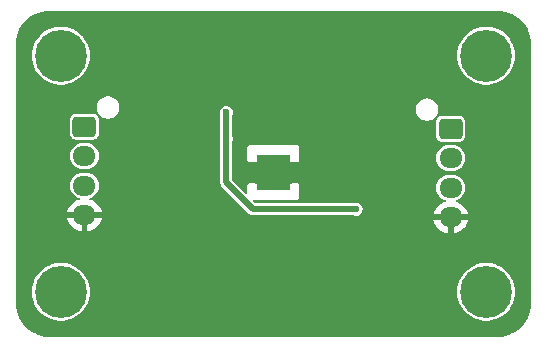
<source format=gbl>
%TF.GenerationSoftware,KiCad,Pcbnew,8.0.2*%
%TF.CreationDate,2024-12-26T16:21:06-05:00*%
%TF.ProjectId,Temp and Humidity Sensor,54656d70-2061-46e6-9420-48756d696469,rev?*%
%TF.SameCoordinates,Original*%
%TF.FileFunction,Copper,L4,Bot*%
%TF.FilePolarity,Positive*%
%FSLAX46Y46*%
G04 Gerber Fmt 4.6, Leading zero omitted, Abs format (unit mm)*
G04 Created by KiCad (PCBNEW 8.0.2) date 2024-12-26 16:21:06*
%MOMM*%
%LPD*%
G01*
G04 APERTURE LIST*
G04 Aperture macros list*
%AMRoundRect*
0 Rectangle with rounded corners*
0 $1 Rounding radius*
0 $2 $3 $4 $5 $6 $7 $8 $9 X,Y pos of 4 corners*
0 Add a 4 corners polygon primitive as box body*
4,1,4,$2,$3,$4,$5,$6,$7,$8,$9,$2,$3,0*
0 Add four circle primitives for the rounded corners*
1,1,$1+$1,$2,$3*
1,1,$1+$1,$4,$5*
1,1,$1+$1,$6,$7*
1,1,$1+$1,$8,$9*
0 Add four rect primitives between the rounded corners*
20,1,$1+$1,$2,$3,$4,$5,0*
20,1,$1+$1,$4,$5,$6,$7,0*
20,1,$1+$1,$6,$7,$8,$9,0*
20,1,$1+$1,$8,$9,$2,$3,0*%
G04 Aperture macros list end*
%TA.AperFunction,ComponentPad*%
%ADD10C,4.400000*%
%TD*%
%TA.AperFunction,ComponentPad*%
%ADD11RoundRect,0.250000X-0.725000X0.600000X-0.725000X-0.600000X0.725000X-0.600000X0.725000X0.600000X0*%
%TD*%
%TA.AperFunction,ComponentPad*%
%ADD12O,1.950000X1.700000*%
%TD*%
%TA.AperFunction,ViaPad*%
%ADD13C,0.600000*%
%TD*%
%TA.AperFunction,Conductor*%
%ADD14C,0.500000*%
%TD*%
G04 APERTURE END LIST*
D10*
%TO.P,H1,1*%
%TO.N,N/C*%
X145000000Y-60000000D03*
%TD*%
%TO.P,H3,1*%
%TO.N,N/C*%
X109000000Y-40000000D03*
%TD*%
%TO.P,H4,1*%
%TO.N,N/C*%
X109000000Y-60000000D03*
%TD*%
D11*
%TO.P,J2,1,Pin_1*%
%TO.N,VIN*%
X142000000Y-46175000D03*
D12*
%TO.P,J2,2,Pin_2*%
%TO.N,/I2C_IN.SDA*%
X142000000Y-48675000D03*
%TO.P,J2,3,Pin_3*%
%TO.N,/I2C_IN.SCL*%
X142000000Y-51175000D03*
%TO.P,J2,4,Pin_4*%
%TO.N,GND*%
X142000000Y-53675000D03*
%TD*%
D10*
%TO.P,H2,1*%
%TO.N,N/C*%
X145000000Y-40000000D03*
%TD*%
D11*
%TO.P,J1,1,Pin_1*%
%TO.N,VIN*%
X111000000Y-46000000D03*
D12*
%TO.P,J1,2,Pin_2*%
%TO.N,/I2C_OUT.SDA*%
X111000000Y-48500000D03*
%TO.P,J1,3,Pin_3*%
%TO.N,/I2C_OUT.SCL*%
X111000000Y-51000000D03*
%TO.P,J1,4,Pin_4*%
%TO.N,GND*%
X111000000Y-53500000D03*
%TD*%
D13*
%TO.N,3V3*%
X134000000Y-53000000D03*
X123000000Y-47000000D03*
X123000000Y-44800000D03*
%TO.N,GND*%
X132000000Y-39000000D03*
X130000000Y-44000000D03*
X115000000Y-41000000D03*
X136000000Y-57000000D03*
X123000000Y-61000000D03*
X125000000Y-47000000D03*
X114000000Y-39000000D03*
X129000000Y-55000000D03*
X127000000Y-57000000D03*
X148000000Y-60000000D03*
X109000000Y-63000000D03*
X117000000Y-61000000D03*
X119000000Y-43000000D03*
X108000000Y-45000000D03*
X113000000Y-59000000D03*
X131000000Y-59000000D03*
X133000000Y-63000000D03*
X106900000Y-62100000D03*
X106000000Y-55000000D03*
X124000000Y-37000000D03*
X120000000Y-61000000D03*
X135000000Y-61000000D03*
X108000000Y-53000000D03*
X139000000Y-63000000D03*
X123000000Y-53000000D03*
X142000000Y-63000000D03*
X117000000Y-39000000D03*
X116000000Y-59000000D03*
X121000000Y-37000000D03*
X146000000Y-51000000D03*
X108000000Y-57000000D03*
X135000000Y-55000000D03*
X126000000Y-44000000D03*
X142000000Y-37000000D03*
X106900000Y-37900000D03*
X129000000Y-61000000D03*
X130000000Y-37000000D03*
X123000000Y-39000000D03*
X139000000Y-37000000D03*
X119000000Y-59000000D03*
X135000000Y-39000000D03*
X130000000Y-57000000D03*
X128000000Y-59000000D03*
X127000000Y-37000000D03*
X112000000Y-57000000D03*
X130000000Y-48000000D03*
X106000000Y-60000000D03*
X137000000Y-59000000D03*
X112000000Y-63000000D03*
X120000000Y-39000000D03*
X121000000Y-51000000D03*
X108000000Y-48000000D03*
X123000000Y-55000000D03*
X115000000Y-63000000D03*
X126000000Y-39000000D03*
X112000000Y-41000000D03*
X141000000Y-61000000D03*
X138000000Y-39000000D03*
X120000000Y-55000000D03*
X114000000Y-55000000D03*
X145000000Y-63000000D03*
X140000000Y-59000000D03*
X106000000Y-40000000D03*
X134000000Y-59000000D03*
X118000000Y-57000000D03*
X146000000Y-44000000D03*
X146000000Y-46000000D03*
X121000000Y-63000000D03*
X147100000Y-62100000D03*
X121000000Y-49000000D03*
X133000000Y-37000000D03*
X115000000Y-37000000D03*
X133000000Y-45000000D03*
X106000000Y-50000000D03*
X106000000Y-45000000D03*
X148000000Y-55000000D03*
X128000000Y-44000000D03*
X126000000Y-55000000D03*
X127000000Y-63000000D03*
X122000000Y-59000000D03*
X148000000Y-50000000D03*
X139000000Y-57000000D03*
X124000000Y-57000000D03*
X146000000Y-54000000D03*
X138000000Y-61000000D03*
X132000000Y-55000000D03*
X109000000Y-37000000D03*
X112000000Y-37000000D03*
X117000000Y-55000000D03*
X114000000Y-61000000D03*
X146000000Y-49000000D03*
X110000000Y-43000000D03*
X136000000Y-63000000D03*
X148000000Y-45000000D03*
X121000000Y-57000000D03*
X118000000Y-63000000D03*
X130000000Y-63000000D03*
X145000000Y-37000000D03*
X126000000Y-61000000D03*
X129000000Y-39000000D03*
X148000000Y-40000000D03*
X115000000Y-57000000D03*
X125000000Y-59000000D03*
X132000000Y-61000000D03*
X113000000Y-43000000D03*
X146000000Y-57000000D03*
X147100000Y-37900000D03*
X118000000Y-37000000D03*
X124000000Y-63000000D03*
X141000000Y-39000000D03*
X136000000Y-37000000D03*
X133000000Y-57000000D03*
%TD*%
D14*
%TO.N,3V3*%
X134000000Y-53000000D02*
X125263604Y-53000000D01*
X125263604Y-53000000D02*
X123000000Y-50736396D01*
X123000000Y-50736396D02*
X123000000Y-47000000D01*
X123000000Y-44800000D02*
X123000000Y-47000000D01*
%TD*%
%TA.AperFunction,Conductor*%
%TO.N,GND*%
G36*
X146002065Y-36200615D02*
G01*
X146309309Y-36217870D01*
X146317543Y-36218799D01*
X146618855Y-36269993D01*
X146626923Y-36271834D01*
X146920633Y-36356451D01*
X146928447Y-36359185D01*
X147210817Y-36476147D01*
X147218293Y-36479747D01*
X147485784Y-36627584D01*
X147492808Y-36631997D01*
X147742086Y-36808869D01*
X147748554Y-36814028D01*
X147901670Y-36950862D01*
X147976446Y-37017686D01*
X147982313Y-37023553D01*
X148065033Y-37116116D01*
X148185969Y-37251443D01*
X148191132Y-37257915D01*
X148346337Y-37476657D01*
X148368000Y-37507188D01*
X148372415Y-37514215D01*
X148520252Y-37781706D01*
X148523852Y-37789182D01*
X148640810Y-38071543D01*
X148643551Y-38079376D01*
X148728162Y-38373065D01*
X148730008Y-38381156D01*
X148781199Y-38682450D01*
X148782129Y-38690696D01*
X148799384Y-38997934D01*
X148799500Y-39002083D01*
X148799500Y-60997916D01*
X148799384Y-61002065D01*
X148782129Y-61309303D01*
X148781199Y-61317549D01*
X148730008Y-61618843D01*
X148728162Y-61626934D01*
X148643551Y-61920623D01*
X148640810Y-61928456D01*
X148523852Y-62210817D01*
X148520252Y-62218293D01*
X148372415Y-62485784D01*
X148368000Y-62492811D01*
X148191138Y-62742076D01*
X148185963Y-62748564D01*
X147982313Y-62976446D01*
X147976446Y-62982313D01*
X147748564Y-63185963D01*
X147742076Y-63191138D01*
X147492811Y-63368000D01*
X147485784Y-63372415D01*
X147218293Y-63520252D01*
X147210817Y-63523852D01*
X146928456Y-63640810D01*
X146920623Y-63643551D01*
X146626934Y-63728162D01*
X146618843Y-63730008D01*
X146317549Y-63781199D01*
X146309303Y-63782129D01*
X146002066Y-63799384D01*
X145997917Y-63799500D01*
X108002083Y-63799500D01*
X107997934Y-63799384D01*
X107690696Y-63782129D01*
X107682450Y-63781199D01*
X107381156Y-63730008D01*
X107373065Y-63728162D01*
X107079376Y-63643551D01*
X107071543Y-63640810D01*
X106789182Y-63523852D01*
X106781706Y-63520252D01*
X106514215Y-63372415D01*
X106507188Y-63368000D01*
X106363715Y-63266201D01*
X106257915Y-63191132D01*
X106251443Y-63185969D01*
X106062260Y-63016904D01*
X106023553Y-62982313D01*
X106017686Y-62976446D01*
X105950862Y-62901670D01*
X105814028Y-62748554D01*
X105808869Y-62742086D01*
X105631997Y-62492808D01*
X105627584Y-62485784D01*
X105610565Y-62454991D01*
X105479747Y-62218293D01*
X105476147Y-62210817D01*
X105450347Y-62148531D01*
X105359185Y-61928447D01*
X105356451Y-61920633D01*
X105271834Y-61626923D01*
X105269993Y-61618855D01*
X105218799Y-61317543D01*
X105217870Y-61309303D01*
X105200616Y-61002065D01*
X105200500Y-60997916D01*
X105200500Y-59999999D01*
X106544655Y-59999999D01*
X106544655Y-60000000D01*
X106564015Y-60307726D01*
X106564018Y-60307749D01*
X106621793Y-60610616D01*
X106621797Y-60610632D01*
X106717074Y-60903864D01*
X106717076Y-60903870D01*
X106848365Y-61182872D01*
X107013580Y-61443211D01*
X107013583Y-61443215D01*
X107013584Y-61443216D01*
X107210131Y-61680799D01*
X107434904Y-61891876D01*
X107684360Y-62073116D01*
X107954565Y-62221663D01*
X108152858Y-62300172D01*
X108241249Y-62335169D01*
X108241253Y-62335171D01*
X108241257Y-62335172D01*
X108539914Y-62411854D01*
X108845828Y-62450500D01*
X108845829Y-62450500D01*
X109154171Y-62450500D01*
X109154172Y-62450500D01*
X109460086Y-62411854D01*
X109758743Y-62335172D01*
X110045435Y-62221663D01*
X110315640Y-62073116D01*
X110565096Y-61891876D01*
X110789869Y-61680799D01*
X110986416Y-61443216D01*
X111151635Y-61182871D01*
X111282922Y-60903873D01*
X111378206Y-60610619D01*
X111435984Y-60307736D01*
X111455345Y-60000000D01*
X111455345Y-59999999D01*
X142544655Y-59999999D01*
X142544655Y-60000000D01*
X142564015Y-60307726D01*
X142564018Y-60307749D01*
X142621793Y-60610616D01*
X142621797Y-60610632D01*
X142717074Y-60903864D01*
X142717076Y-60903870D01*
X142848365Y-61182872D01*
X143013580Y-61443211D01*
X143013583Y-61443215D01*
X143013584Y-61443216D01*
X143210131Y-61680799D01*
X143434904Y-61891876D01*
X143684360Y-62073116D01*
X143954565Y-62221663D01*
X144152858Y-62300172D01*
X144241249Y-62335169D01*
X144241253Y-62335171D01*
X144241257Y-62335172D01*
X144539914Y-62411854D01*
X144845828Y-62450500D01*
X144845829Y-62450500D01*
X145154171Y-62450500D01*
X145154172Y-62450500D01*
X145460086Y-62411854D01*
X145758743Y-62335172D01*
X146045435Y-62221663D01*
X146315640Y-62073116D01*
X146565096Y-61891876D01*
X146789869Y-61680799D01*
X146986416Y-61443216D01*
X147151635Y-61182871D01*
X147282922Y-60903873D01*
X147378206Y-60610619D01*
X147435984Y-60307736D01*
X147455345Y-60000000D01*
X147435984Y-59692264D01*
X147378206Y-59389381D01*
X147378203Y-59389374D01*
X147378202Y-59389367D01*
X147282925Y-59096135D01*
X147282923Y-59096129D01*
X147151634Y-58817127D01*
X146986419Y-58556788D01*
X146789868Y-58319200D01*
X146771757Y-58302193D01*
X146565096Y-58108124D01*
X146565092Y-58108121D01*
X146565091Y-58108120D01*
X146315645Y-57926887D01*
X146045435Y-57778337D01*
X146045428Y-57778334D01*
X145758750Y-57664830D01*
X145758746Y-57664828D01*
X145460086Y-57588146D01*
X145460075Y-57588144D01*
X145154179Y-57549500D01*
X145154172Y-57549500D01*
X144845828Y-57549500D01*
X144845820Y-57549500D01*
X144539924Y-57588144D01*
X144539913Y-57588146D01*
X144241253Y-57664828D01*
X144241249Y-57664830D01*
X143954571Y-57778334D01*
X143954564Y-57778337D01*
X143684354Y-57926887D01*
X143434908Y-58108120D01*
X143210131Y-58319200D01*
X143013580Y-58556788D01*
X142848365Y-58817127D01*
X142717076Y-59096129D01*
X142717074Y-59096135D01*
X142621797Y-59389367D01*
X142621793Y-59389383D01*
X142564018Y-59692250D01*
X142564015Y-59692273D01*
X142544655Y-59999999D01*
X111455345Y-59999999D01*
X111435984Y-59692264D01*
X111378206Y-59389381D01*
X111378203Y-59389374D01*
X111378202Y-59389367D01*
X111282925Y-59096135D01*
X111282923Y-59096129D01*
X111151634Y-58817127D01*
X110986419Y-58556788D01*
X110789868Y-58319200D01*
X110771757Y-58302193D01*
X110565096Y-58108124D01*
X110565092Y-58108121D01*
X110565091Y-58108120D01*
X110315645Y-57926887D01*
X110045435Y-57778337D01*
X110045428Y-57778334D01*
X109758750Y-57664830D01*
X109758746Y-57664828D01*
X109460086Y-57588146D01*
X109460075Y-57588144D01*
X109154179Y-57549500D01*
X109154172Y-57549500D01*
X108845828Y-57549500D01*
X108845820Y-57549500D01*
X108539924Y-57588144D01*
X108539913Y-57588146D01*
X108241253Y-57664828D01*
X108241249Y-57664830D01*
X107954571Y-57778334D01*
X107954564Y-57778337D01*
X107684354Y-57926887D01*
X107434908Y-58108120D01*
X107210131Y-58319200D01*
X107013580Y-58556788D01*
X106848365Y-58817127D01*
X106717076Y-59096129D01*
X106717074Y-59096135D01*
X106621797Y-59389367D01*
X106621793Y-59389383D01*
X106564018Y-59692250D01*
X106564015Y-59692273D01*
X106544655Y-59999999D01*
X105200500Y-59999999D01*
X105200500Y-53250000D01*
X109547769Y-53250000D01*
X110595854Y-53250000D01*
X110557370Y-53316657D01*
X110525000Y-53437465D01*
X110525000Y-53562535D01*
X110557370Y-53683343D01*
X110595854Y-53750000D01*
X109547769Y-53750000D01*
X109558241Y-53816122D01*
X109558244Y-53816136D01*
X109623904Y-54018217D01*
X109623906Y-54018221D01*
X109720375Y-54207550D01*
X109720378Y-54207556D01*
X109845274Y-54379461D01*
X109845283Y-54379471D01*
X109995529Y-54529717D01*
X109995538Y-54529725D01*
X110167443Y-54654621D01*
X110167449Y-54654624D01*
X110356778Y-54751093D01*
X110356782Y-54751095D01*
X110558863Y-54816755D01*
X110558876Y-54816758D01*
X110749998Y-54847029D01*
X110750000Y-54847028D01*
X110750000Y-53904145D01*
X110816657Y-53942630D01*
X110937465Y-53975000D01*
X111062535Y-53975000D01*
X111183343Y-53942630D01*
X111250000Y-53904145D01*
X111250000Y-54847028D01*
X111250001Y-54847029D01*
X111441123Y-54816758D01*
X111441136Y-54816755D01*
X111643217Y-54751095D01*
X111643221Y-54751093D01*
X111832550Y-54654624D01*
X111832556Y-54654621D01*
X112004461Y-54529725D01*
X112004471Y-54529717D01*
X112154717Y-54379471D01*
X112154725Y-54379461D01*
X112279621Y-54207556D01*
X112279624Y-54207550D01*
X112376093Y-54018221D01*
X112376095Y-54018217D01*
X112441755Y-53816136D01*
X112441758Y-53816122D01*
X112452231Y-53750000D01*
X111404146Y-53750000D01*
X111442630Y-53683343D01*
X111475000Y-53562535D01*
X111475000Y-53437465D01*
X111442630Y-53316657D01*
X111404146Y-53250000D01*
X112452230Y-53250000D01*
X112441758Y-53183877D01*
X112441755Y-53183863D01*
X112376095Y-52981782D01*
X112376093Y-52981778D01*
X112279624Y-52792449D01*
X112279621Y-52792443D01*
X112154725Y-52620538D01*
X112154717Y-52620529D01*
X112004471Y-52470283D01*
X112004461Y-52470274D01*
X111832556Y-52345378D01*
X111832550Y-52345375D01*
X111643221Y-52248906D01*
X111643217Y-52248904D01*
X111459489Y-52189208D01*
X111416422Y-52152425D01*
X111411978Y-52095963D01*
X111448761Y-52052896D01*
X111459489Y-52048452D01*
X111547442Y-52019874D01*
X111547442Y-52019873D01*
X111547445Y-52019873D01*
X111701788Y-51941232D01*
X111841928Y-51839414D01*
X111964414Y-51716928D01*
X112066232Y-51576788D01*
X112144873Y-51422445D01*
X112198402Y-51257701D01*
X112225500Y-51086611D01*
X112225500Y-50913389D01*
X112221229Y-50886426D01*
X112212296Y-50830022D01*
X112198402Y-50742299D01*
X112198400Y-50742294D01*
X112198399Y-50742288D01*
X112144874Y-50577557D01*
X112144872Y-50577553D01*
X112066232Y-50423212D01*
X111964417Y-50283076D01*
X111964416Y-50283075D01*
X111964414Y-50283072D01*
X111841928Y-50160586D01*
X111841925Y-50160583D01*
X111841923Y-50160582D01*
X111701787Y-50058767D01*
X111547446Y-49980127D01*
X111547442Y-49980125D01*
X111382711Y-49926600D01*
X111382698Y-49926597D01*
X111211612Y-49899500D01*
X111211611Y-49899500D01*
X110788389Y-49899500D01*
X110788388Y-49899500D01*
X110617301Y-49926597D01*
X110617288Y-49926600D01*
X110452557Y-49980125D01*
X110452553Y-49980127D01*
X110298212Y-50058767D01*
X110158076Y-50160582D01*
X110035582Y-50283076D01*
X109933767Y-50423212D01*
X109855127Y-50577553D01*
X109855125Y-50577557D01*
X109801600Y-50742288D01*
X109801597Y-50742301D01*
X109774500Y-50913388D01*
X109774500Y-51086611D01*
X109801597Y-51257698D01*
X109801600Y-51257711D01*
X109855125Y-51422442D01*
X109855127Y-51422446D01*
X109933767Y-51576787D01*
X109986545Y-51649430D01*
X110035586Y-51716928D01*
X110158072Y-51839414D01*
X110158075Y-51839416D01*
X110158076Y-51839417D01*
X110298212Y-51941232D01*
X110452553Y-52019872D01*
X110452557Y-52019874D01*
X110540510Y-52048452D01*
X110583578Y-52085235D01*
X110588021Y-52141697D01*
X110551238Y-52184765D01*
X110540510Y-52189208D01*
X110356783Y-52248904D01*
X110356778Y-52248906D01*
X110167449Y-52345375D01*
X110167443Y-52345378D01*
X109995538Y-52470274D01*
X109845274Y-52620538D01*
X109720378Y-52792443D01*
X109720375Y-52792449D01*
X109623906Y-52981778D01*
X109623904Y-52981782D01*
X109558244Y-53183863D01*
X109558241Y-53183877D01*
X109547769Y-53250000D01*
X105200500Y-53250000D01*
X105200500Y-48413388D01*
X109774500Y-48413388D01*
X109774500Y-48586611D01*
X109801597Y-48757698D01*
X109801600Y-48757711D01*
X109855125Y-48922442D01*
X109855127Y-48922446D01*
X109933767Y-49076787D01*
X109933768Y-49076788D01*
X110035586Y-49216928D01*
X110158072Y-49339414D01*
X110158075Y-49339416D01*
X110158076Y-49339417D01*
X110298212Y-49441232D01*
X110452553Y-49519872D01*
X110452557Y-49519874D01*
X110617288Y-49573399D01*
X110617294Y-49573400D01*
X110617299Y-49573402D01*
X110731359Y-49591467D01*
X110788388Y-49600500D01*
X110788389Y-49600500D01*
X111211612Y-49600500D01*
X111254383Y-49593725D01*
X111382701Y-49573402D01*
X111382708Y-49573399D01*
X111382711Y-49573399D01*
X111547442Y-49519874D01*
X111547442Y-49519873D01*
X111547445Y-49519873D01*
X111701788Y-49441232D01*
X111841928Y-49339414D01*
X111964414Y-49216928D01*
X112066232Y-49076788D01*
X112144873Y-48922445D01*
X112198402Y-48757701D01*
X112225500Y-48586611D01*
X112225500Y-48413389D01*
X112198402Y-48242299D01*
X112198400Y-48242294D01*
X112198399Y-48242288D01*
X112144874Y-48077557D01*
X112144872Y-48077553D01*
X112066232Y-47923212D01*
X111964417Y-47783076D01*
X111964416Y-47783075D01*
X111964414Y-47783072D01*
X111841928Y-47660586D01*
X111841925Y-47660583D01*
X111841923Y-47660582D01*
X111701787Y-47558767D01*
X111547446Y-47480127D01*
X111547442Y-47480125D01*
X111382711Y-47426600D01*
X111382698Y-47426597D01*
X111211612Y-47399500D01*
X111211611Y-47399500D01*
X110788389Y-47399500D01*
X110788388Y-47399500D01*
X110617301Y-47426597D01*
X110617288Y-47426600D01*
X110452557Y-47480125D01*
X110452553Y-47480127D01*
X110298212Y-47558767D01*
X110158076Y-47660582D01*
X110035582Y-47783076D01*
X109933767Y-47923212D01*
X109855127Y-48077553D01*
X109855125Y-48077557D01*
X109801600Y-48242288D01*
X109801597Y-48242301D01*
X109774500Y-48413388D01*
X105200500Y-48413388D01*
X105200500Y-45352126D01*
X109774500Y-45352126D01*
X109774500Y-46647873D01*
X109780909Y-46707485D01*
X109831202Y-46842329D01*
X109831203Y-46842330D01*
X109831204Y-46842331D01*
X109917454Y-46957546D01*
X110032669Y-47043796D01*
X110032670Y-47043797D01*
X110143605Y-47085172D01*
X110167517Y-47094091D01*
X110227127Y-47100500D01*
X111772872Y-47100499D01*
X111832483Y-47094091D01*
X111899907Y-47068943D01*
X111967329Y-47043797D01*
X111967329Y-47043796D01*
X111967331Y-47043796D01*
X112082546Y-46957546D01*
X112168796Y-46842331D01*
X112176054Y-46822873D01*
X112195853Y-46769788D01*
X112219091Y-46707483D01*
X112225500Y-46647873D01*
X112225499Y-45352128D01*
X112219091Y-45292517D01*
X112200370Y-45242323D01*
X112168797Y-45157670D01*
X112168796Y-45157669D01*
X112148984Y-45131204D01*
X112082546Y-45042454D01*
X111967331Y-44956204D01*
X111967330Y-44956203D01*
X111967329Y-44956202D01*
X111832487Y-44905910D01*
X111832484Y-44905909D01*
X111832483Y-44905909D01*
X111772873Y-44899500D01*
X110227126Y-44899500D01*
X110167514Y-44905909D01*
X110032670Y-44956202D01*
X110032669Y-44956203D01*
X109917454Y-45042454D01*
X109831203Y-45157669D01*
X109831202Y-45157670D01*
X109780910Y-45292512D01*
X109780909Y-45292517D01*
X109774500Y-45352126D01*
X105200500Y-45352126D01*
X105200500Y-44306384D01*
X112049500Y-44306384D01*
X112049500Y-44493616D01*
X112055221Y-44522376D01*
X112086025Y-44677244D01*
X112086027Y-44677251D01*
X112136871Y-44800000D01*
X112157678Y-44850231D01*
X112261698Y-45005908D01*
X112394092Y-45138302D01*
X112549769Y-45242322D01*
X112722749Y-45313973D01*
X112906384Y-45350500D01*
X112906385Y-45350500D01*
X113093615Y-45350500D01*
X113093616Y-45350500D01*
X113277251Y-45313973D01*
X113450231Y-45242322D01*
X113605908Y-45138302D01*
X113738302Y-45005908D01*
X113842322Y-44850231D01*
X113863128Y-44800000D01*
X122444750Y-44800000D01*
X122463669Y-44943706D01*
X122463669Y-44943708D01*
X122463670Y-44943709D01*
X122493867Y-45016613D01*
X122499500Y-45044929D01*
X122499500Y-46755069D01*
X122493867Y-46783387D01*
X122463669Y-46856291D01*
X122444750Y-47000000D01*
X122463669Y-47143706D01*
X122463669Y-47143708D01*
X122463670Y-47143709D01*
X122493867Y-47216613D01*
X122499500Y-47244929D01*
X122499500Y-50802290D01*
X122533606Y-50929577D01*
X122533607Y-50929580D01*
X122533608Y-50929582D01*
X122599500Y-51043710D01*
X124863104Y-53307314D01*
X124956290Y-53400500D01*
X125059265Y-53459953D01*
X125070418Y-53466392D01*
X125197708Y-53500499D01*
X125197709Y-53500500D01*
X125197711Y-53500500D01*
X125197712Y-53500500D01*
X133755070Y-53500500D01*
X133783387Y-53506132D01*
X133856291Y-53536330D01*
X134000000Y-53555250D01*
X134143709Y-53536330D01*
X134277625Y-53480861D01*
X134350424Y-53425000D01*
X140547769Y-53425000D01*
X141595854Y-53425000D01*
X141557370Y-53491657D01*
X141525000Y-53612465D01*
X141525000Y-53737535D01*
X141557370Y-53858343D01*
X141595854Y-53925000D01*
X140547769Y-53925000D01*
X140558241Y-53991122D01*
X140558244Y-53991136D01*
X140623904Y-54193217D01*
X140623906Y-54193221D01*
X140720375Y-54382550D01*
X140720378Y-54382556D01*
X140845274Y-54554461D01*
X140845283Y-54554471D01*
X140995529Y-54704717D01*
X140995538Y-54704725D01*
X141167443Y-54829621D01*
X141167449Y-54829624D01*
X141356778Y-54926093D01*
X141356782Y-54926095D01*
X141558863Y-54991755D01*
X141558876Y-54991758D01*
X141749998Y-55022029D01*
X141750000Y-55022028D01*
X141750000Y-54079145D01*
X141816657Y-54117630D01*
X141937465Y-54150000D01*
X142062535Y-54150000D01*
X142183343Y-54117630D01*
X142250000Y-54079145D01*
X142250000Y-55022028D01*
X142250001Y-55022029D01*
X142441123Y-54991758D01*
X142441136Y-54991755D01*
X142643217Y-54926095D01*
X142643221Y-54926093D01*
X142832550Y-54829624D01*
X142832556Y-54829621D01*
X143004461Y-54704725D01*
X143004471Y-54704717D01*
X143154717Y-54554471D01*
X143154725Y-54554461D01*
X143279621Y-54382556D01*
X143279624Y-54382550D01*
X143376093Y-54193221D01*
X143376095Y-54193217D01*
X143441755Y-53991136D01*
X143441758Y-53991122D01*
X143452231Y-53925000D01*
X142404146Y-53925000D01*
X142442630Y-53858343D01*
X142475000Y-53737535D01*
X142475000Y-53612465D01*
X142442630Y-53491657D01*
X142404146Y-53425000D01*
X143452230Y-53425000D01*
X143441758Y-53358877D01*
X143441755Y-53358863D01*
X143376095Y-53156782D01*
X143376093Y-53156778D01*
X143279624Y-52967449D01*
X143279621Y-52967443D01*
X143154725Y-52795538D01*
X143154717Y-52795529D01*
X143004471Y-52645283D01*
X143004461Y-52645274D01*
X142832556Y-52520378D01*
X142832550Y-52520375D01*
X142643221Y-52423906D01*
X142643217Y-52423904D01*
X142459489Y-52364208D01*
X142416422Y-52327425D01*
X142411978Y-52270963D01*
X142448761Y-52227896D01*
X142459489Y-52223452D01*
X142547442Y-52194874D01*
X142547442Y-52194873D01*
X142547445Y-52194873D01*
X142701788Y-52116232D01*
X142841928Y-52014414D01*
X142964414Y-51891928D01*
X143066232Y-51751788D01*
X143144873Y-51597445D01*
X143198402Y-51432701D01*
X143225500Y-51261611D01*
X143225500Y-51088389D01*
X143225218Y-51086611D01*
X143205184Y-50960118D01*
X143198402Y-50917299D01*
X143198400Y-50917294D01*
X143198399Y-50917288D01*
X143144874Y-50752557D01*
X143144872Y-50752553D01*
X143066232Y-50598212D01*
X142964417Y-50458076D01*
X142964416Y-50458075D01*
X142964414Y-50458072D01*
X142841928Y-50335586D01*
X142841925Y-50335583D01*
X142841923Y-50335582D01*
X142701787Y-50233767D01*
X142547446Y-50155127D01*
X142547442Y-50155125D01*
X142382711Y-50101600D01*
X142382698Y-50101597D01*
X142211612Y-50074500D01*
X142211611Y-50074500D01*
X141788389Y-50074500D01*
X141788388Y-50074500D01*
X141617301Y-50101597D01*
X141617288Y-50101600D01*
X141452557Y-50155125D01*
X141452553Y-50155127D01*
X141298212Y-50233767D01*
X141158076Y-50335582D01*
X141035582Y-50458076D01*
X140933767Y-50598212D01*
X140855127Y-50752553D01*
X140855125Y-50752557D01*
X140801600Y-50917288D01*
X140801597Y-50917301D01*
X140774500Y-51088388D01*
X140774500Y-51261611D01*
X140801597Y-51432698D01*
X140801600Y-51432711D01*
X140855125Y-51597442D01*
X140855127Y-51597446D01*
X140933767Y-51751787D01*
X140997428Y-51839409D01*
X141035586Y-51891928D01*
X141158072Y-52014414D01*
X141158075Y-52014416D01*
X141158076Y-52014417D01*
X141298212Y-52116232D01*
X141452553Y-52194872D01*
X141452557Y-52194874D01*
X141540510Y-52223452D01*
X141583578Y-52260235D01*
X141588021Y-52316697D01*
X141551238Y-52359765D01*
X141540510Y-52364208D01*
X141356783Y-52423904D01*
X141356778Y-52423906D01*
X141167449Y-52520375D01*
X141167443Y-52520378D01*
X140995538Y-52645274D01*
X140845274Y-52795538D01*
X140720378Y-52967443D01*
X140720375Y-52967449D01*
X140623906Y-53156778D01*
X140623904Y-53156782D01*
X140558244Y-53358863D01*
X140558241Y-53358877D01*
X140547769Y-53425000D01*
X134350424Y-53425000D01*
X134392621Y-53392621D01*
X134480861Y-53277625D01*
X134536330Y-53143709D01*
X134555250Y-53000000D01*
X134536330Y-52856291D01*
X134480861Y-52722375D01*
X134392621Y-52607379D01*
X134277625Y-52519139D01*
X134230212Y-52499500D01*
X134143708Y-52463669D01*
X134000000Y-52444750D01*
X133856291Y-52463669D01*
X133783388Y-52493867D01*
X133755070Y-52499500D01*
X125501570Y-52499500D01*
X125449244Y-52477826D01*
X125298244Y-52326826D01*
X125276570Y-52274500D01*
X125298244Y-52222174D01*
X125350570Y-52200500D01*
X129039881Y-52200500D01*
X129039882Y-52200500D01*
X129113574Y-52169976D01*
X129169976Y-52113574D01*
X129200500Y-52039882D01*
X129200500Y-50960118D01*
X129169976Y-50886426D01*
X129113574Y-50830024D01*
X129113573Y-50830023D01*
X129113571Y-50830022D01*
X129039882Y-50799500D01*
X128639882Y-50799500D01*
X128560118Y-50799500D01*
X128486428Y-50830022D01*
X128430022Y-50886428D01*
X128399500Y-50960116D01*
X128399500Y-51325500D01*
X128377826Y-51377826D01*
X128325500Y-51399500D01*
X125674500Y-51399500D01*
X125622174Y-51377826D01*
X125600500Y-51325500D01*
X125600500Y-50960118D01*
X125600499Y-50960116D01*
X125569977Y-50886428D01*
X125569975Y-50886425D01*
X125513575Y-50830025D01*
X125513571Y-50830022D01*
X125439882Y-50799500D01*
X125039882Y-50799500D01*
X124960118Y-50799500D01*
X124886428Y-50830022D01*
X124830022Y-50886428D01*
X124799500Y-50960116D01*
X124799500Y-51649430D01*
X124777826Y-51701756D01*
X124725500Y-51723430D01*
X124673174Y-51701756D01*
X123522174Y-50550756D01*
X123500500Y-50498430D01*
X123500500Y-47760116D01*
X124799500Y-47760116D01*
X124799500Y-48839883D01*
X124830022Y-48913571D01*
X124830023Y-48913573D01*
X124830024Y-48913574D01*
X124886426Y-48969976D01*
X124960118Y-49000500D01*
X124960119Y-49000500D01*
X125439881Y-49000500D01*
X125439882Y-49000500D01*
X125513574Y-48969976D01*
X125569976Y-48913574D01*
X125600500Y-48839882D01*
X125600500Y-48474500D01*
X125622174Y-48422174D01*
X125674500Y-48400500D01*
X128325500Y-48400500D01*
X128377826Y-48422174D01*
X128399500Y-48474500D01*
X128399500Y-48839883D01*
X128430022Y-48913571D01*
X128430023Y-48913573D01*
X128430024Y-48913574D01*
X128486426Y-48969976D01*
X128560118Y-49000500D01*
X128560119Y-49000500D01*
X129039881Y-49000500D01*
X129039882Y-49000500D01*
X129113574Y-48969976D01*
X129169976Y-48913574D01*
X129200500Y-48839882D01*
X129200500Y-48588388D01*
X140774500Y-48588388D01*
X140774500Y-48761611D01*
X140801597Y-48932698D01*
X140801600Y-48932711D01*
X140855125Y-49097442D01*
X140855127Y-49097446D01*
X140933767Y-49251787D01*
X140997428Y-49339409D01*
X141035586Y-49391928D01*
X141158072Y-49514414D01*
X141158075Y-49514416D01*
X141158076Y-49514417D01*
X141298212Y-49616232D01*
X141452553Y-49694872D01*
X141452557Y-49694874D01*
X141617288Y-49748399D01*
X141617294Y-49748400D01*
X141617299Y-49748402D01*
X141731359Y-49766467D01*
X141788388Y-49775500D01*
X141788389Y-49775500D01*
X142211612Y-49775500D01*
X142254383Y-49768725D01*
X142382701Y-49748402D01*
X142382708Y-49748399D01*
X142382711Y-49748399D01*
X142547442Y-49694874D01*
X142547442Y-49694873D01*
X142547445Y-49694873D01*
X142701788Y-49616232D01*
X142841928Y-49514414D01*
X142964414Y-49391928D01*
X143066232Y-49251788D01*
X143144873Y-49097445D01*
X143198402Y-48932701D01*
X143225500Y-48761611D01*
X143225500Y-48588389D01*
X143225218Y-48586611D01*
X143198402Y-48417301D01*
X143198399Y-48417288D01*
X143144874Y-48252557D01*
X143144872Y-48252553D01*
X143066232Y-48098212D01*
X142964417Y-47958076D01*
X142964416Y-47958075D01*
X142964414Y-47958072D01*
X142841928Y-47835586D01*
X142841925Y-47835583D01*
X142841923Y-47835582D01*
X142701787Y-47733767D01*
X142547446Y-47655127D01*
X142547442Y-47655125D01*
X142382711Y-47601600D01*
X142382698Y-47601597D01*
X142211612Y-47574500D01*
X142211611Y-47574500D01*
X141788389Y-47574500D01*
X141788388Y-47574500D01*
X141617301Y-47601597D01*
X141617288Y-47601600D01*
X141452557Y-47655125D01*
X141452553Y-47655127D01*
X141298212Y-47733767D01*
X141158076Y-47835582D01*
X141035582Y-47958076D01*
X140933767Y-48098212D01*
X140855127Y-48252553D01*
X140855125Y-48252557D01*
X140801600Y-48417288D01*
X140801597Y-48417301D01*
X140774500Y-48588388D01*
X129200500Y-48588388D01*
X129200500Y-47760118D01*
X129169976Y-47686426D01*
X129113574Y-47630024D01*
X129113573Y-47630023D01*
X129113571Y-47630022D01*
X129039882Y-47599500D01*
X125039882Y-47599500D01*
X124960118Y-47599500D01*
X124886428Y-47630022D01*
X124830022Y-47686428D01*
X124799500Y-47760116D01*
X123500500Y-47760116D01*
X123500500Y-47244929D01*
X123506132Y-47216613D01*
X123536330Y-47143709D01*
X123555250Y-47000000D01*
X123536330Y-46856291D01*
X123506133Y-46783387D01*
X123500500Y-46755069D01*
X123500500Y-45527126D01*
X140774500Y-45527126D01*
X140774500Y-46822873D01*
X140780909Y-46882485D01*
X140831202Y-47017329D01*
X140831203Y-47017330D01*
X140831204Y-47017331D01*
X140917454Y-47132546D01*
X141029749Y-47216610D01*
X141032669Y-47218796D01*
X141032670Y-47218797D01*
X141102735Y-47244929D01*
X141167517Y-47269091D01*
X141227127Y-47275500D01*
X142772872Y-47275499D01*
X142832483Y-47269091D01*
X142936726Y-47230211D01*
X142967329Y-47218797D01*
X142967329Y-47218796D01*
X142967331Y-47218796D01*
X143082546Y-47132546D01*
X143168796Y-47017331D01*
X143219091Y-46882483D01*
X143225500Y-46822873D01*
X143225499Y-45527128D01*
X143219091Y-45467517D01*
X143200370Y-45417323D01*
X143168797Y-45332670D01*
X143168796Y-45332669D01*
X143138734Y-45292512D01*
X143082546Y-45217454D01*
X142976813Y-45138302D01*
X142967330Y-45131203D01*
X142967329Y-45131202D01*
X142832487Y-45080910D01*
X142832484Y-45080909D01*
X142832483Y-45080909D01*
X142772873Y-45074500D01*
X141227126Y-45074500D01*
X141167514Y-45080909D01*
X141032670Y-45131202D01*
X141032669Y-45131203D01*
X140917454Y-45217454D01*
X140831203Y-45332669D01*
X140831202Y-45332670D01*
X140780910Y-45467512D01*
X140780909Y-45467517D01*
X140774500Y-45527126D01*
X123500500Y-45527126D01*
X123500500Y-45044929D01*
X123506132Y-45016613D01*
X123536330Y-44943709D01*
X123555250Y-44800000D01*
X123536330Y-44656291D01*
X123480861Y-44522375D01*
X123449407Y-44481384D01*
X139049500Y-44481384D01*
X139049500Y-44668615D01*
X139086025Y-44852244D01*
X139086027Y-44852251D01*
X139149674Y-45005909D01*
X139157678Y-45025231D01*
X139261698Y-45180908D01*
X139394092Y-45313302D01*
X139549769Y-45417322D01*
X139722749Y-45488973D01*
X139906384Y-45525500D01*
X139906385Y-45525500D01*
X140093615Y-45525500D01*
X140093616Y-45525500D01*
X140277251Y-45488973D01*
X140450231Y-45417322D01*
X140605908Y-45313302D01*
X140738302Y-45180908D01*
X140842322Y-45025231D01*
X140913973Y-44852251D01*
X140950500Y-44668616D01*
X140950500Y-44481384D01*
X140913973Y-44297749D01*
X140842322Y-44124769D01*
X140738302Y-43969092D01*
X140605908Y-43836698D01*
X140450231Y-43732678D01*
X140450228Y-43732676D01*
X140450227Y-43732676D01*
X140277251Y-43661027D01*
X140277244Y-43661025D01*
X140138902Y-43633507D01*
X140093616Y-43624500D01*
X139906384Y-43624500D01*
X139870056Y-43631725D01*
X139722755Y-43661025D01*
X139722748Y-43661027D01*
X139549772Y-43732676D01*
X139394092Y-43836697D01*
X139394091Y-43836699D01*
X139261699Y-43969091D01*
X139261697Y-43969092D01*
X139157676Y-44124772D01*
X139086027Y-44297748D01*
X139086025Y-44297755D01*
X139049500Y-44481384D01*
X123449407Y-44481384D01*
X123392621Y-44407379D01*
X123277625Y-44319139D01*
X123277623Y-44319138D01*
X123143708Y-44263669D01*
X123000000Y-44244750D01*
X122856291Y-44263669D01*
X122722376Y-44319138D01*
X122607379Y-44407379D01*
X122519138Y-44522376D01*
X122463669Y-44656291D01*
X122444750Y-44800000D01*
X113863128Y-44800000D01*
X113913973Y-44677251D01*
X113950500Y-44493616D01*
X113950500Y-44306384D01*
X113913973Y-44122749D01*
X113842322Y-43949769D01*
X113738302Y-43794092D01*
X113605908Y-43661698D01*
X113450231Y-43557678D01*
X113450228Y-43557676D01*
X113450227Y-43557676D01*
X113277251Y-43486027D01*
X113277244Y-43486025D01*
X113138902Y-43458507D01*
X113093616Y-43449500D01*
X112906384Y-43449500D01*
X112870056Y-43456725D01*
X112722755Y-43486025D01*
X112722748Y-43486027D01*
X112549772Y-43557676D01*
X112394092Y-43661697D01*
X112394091Y-43661699D01*
X112261699Y-43794091D01*
X112261697Y-43794092D01*
X112157676Y-43949772D01*
X112086027Y-44122748D01*
X112086025Y-44122755D01*
X112057996Y-44263669D01*
X112049500Y-44306384D01*
X105200500Y-44306384D01*
X105200500Y-39999999D01*
X106544655Y-39999999D01*
X106544655Y-40000000D01*
X106564015Y-40307726D01*
X106564018Y-40307749D01*
X106621793Y-40610616D01*
X106621797Y-40610632D01*
X106717074Y-40903864D01*
X106717076Y-40903870D01*
X106848365Y-41182872D01*
X107013580Y-41443211D01*
X107013583Y-41443215D01*
X107013584Y-41443216D01*
X107210131Y-41680799D01*
X107434904Y-41891876D01*
X107684360Y-42073116D01*
X107954565Y-42221663D01*
X108152858Y-42300172D01*
X108241249Y-42335169D01*
X108241253Y-42335171D01*
X108241257Y-42335172D01*
X108539914Y-42411854D01*
X108845828Y-42450500D01*
X108845829Y-42450500D01*
X109154171Y-42450500D01*
X109154172Y-42450500D01*
X109460086Y-42411854D01*
X109758743Y-42335172D01*
X110045435Y-42221663D01*
X110315640Y-42073116D01*
X110565096Y-41891876D01*
X110789869Y-41680799D01*
X110986416Y-41443216D01*
X111151635Y-41182871D01*
X111282922Y-40903873D01*
X111378206Y-40610619D01*
X111435984Y-40307736D01*
X111455345Y-40000000D01*
X111455345Y-39999999D01*
X142544655Y-39999999D01*
X142544655Y-40000000D01*
X142564015Y-40307726D01*
X142564018Y-40307749D01*
X142621793Y-40610616D01*
X142621797Y-40610632D01*
X142717074Y-40903864D01*
X142717076Y-40903870D01*
X142848365Y-41182872D01*
X143013580Y-41443211D01*
X143013583Y-41443215D01*
X143013584Y-41443216D01*
X143210131Y-41680799D01*
X143434904Y-41891876D01*
X143684360Y-42073116D01*
X143954565Y-42221663D01*
X144152858Y-42300172D01*
X144241249Y-42335169D01*
X144241253Y-42335171D01*
X144241257Y-42335172D01*
X144539914Y-42411854D01*
X144845828Y-42450500D01*
X144845829Y-42450500D01*
X145154171Y-42450500D01*
X145154172Y-42450500D01*
X145460086Y-42411854D01*
X145758743Y-42335172D01*
X146045435Y-42221663D01*
X146315640Y-42073116D01*
X146565096Y-41891876D01*
X146789869Y-41680799D01*
X146986416Y-41443216D01*
X147151635Y-41182871D01*
X147282922Y-40903873D01*
X147378206Y-40610619D01*
X147435984Y-40307736D01*
X147455345Y-40000000D01*
X147435984Y-39692264D01*
X147378206Y-39389381D01*
X147378203Y-39389374D01*
X147378202Y-39389367D01*
X147282925Y-39096135D01*
X147282923Y-39096129D01*
X147151634Y-38817127D01*
X146986419Y-38556788D01*
X146837728Y-38377053D01*
X146789869Y-38319201D01*
X146565096Y-38108124D01*
X146565092Y-38108121D01*
X146565091Y-38108120D01*
X146315645Y-37926887D01*
X146045435Y-37778337D01*
X146045428Y-37778334D01*
X145758750Y-37664830D01*
X145758746Y-37664828D01*
X145460086Y-37588146D01*
X145460075Y-37588144D01*
X145154179Y-37549500D01*
X145154172Y-37549500D01*
X144845828Y-37549500D01*
X144845820Y-37549500D01*
X144539924Y-37588144D01*
X144539913Y-37588146D01*
X144241253Y-37664828D01*
X144241249Y-37664830D01*
X143954571Y-37778334D01*
X143954564Y-37778337D01*
X143684354Y-37926887D01*
X143434908Y-38108120D01*
X143210131Y-38319200D01*
X143013580Y-38556788D01*
X142848365Y-38817127D01*
X142717076Y-39096129D01*
X142717074Y-39096135D01*
X142621797Y-39389367D01*
X142621793Y-39389383D01*
X142564018Y-39692250D01*
X142564015Y-39692273D01*
X142544655Y-39999999D01*
X111455345Y-39999999D01*
X111435984Y-39692264D01*
X111378206Y-39389381D01*
X111378203Y-39389374D01*
X111378202Y-39389367D01*
X111282925Y-39096135D01*
X111282923Y-39096129D01*
X111151634Y-38817127D01*
X110986419Y-38556788D01*
X110837728Y-38377053D01*
X110789869Y-38319201D01*
X110565096Y-38108124D01*
X110565092Y-38108121D01*
X110565091Y-38108120D01*
X110315645Y-37926887D01*
X110045435Y-37778337D01*
X110045428Y-37778334D01*
X109758750Y-37664830D01*
X109758746Y-37664828D01*
X109460086Y-37588146D01*
X109460075Y-37588144D01*
X109154179Y-37549500D01*
X109154172Y-37549500D01*
X108845828Y-37549500D01*
X108845820Y-37549500D01*
X108539924Y-37588144D01*
X108539913Y-37588146D01*
X108241253Y-37664828D01*
X108241249Y-37664830D01*
X107954571Y-37778334D01*
X107954564Y-37778337D01*
X107684354Y-37926887D01*
X107434908Y-38108120D01*
X107210131Y-38319200D01*
X107013580Y-38556788D01*
X106848365Y-38817127D01*
X106717076Y-39096129D01*
X106717074Y-39096135D01*
X106621797Y-39389367D01*
X106621793Y-39389383D01*
X106564018Y-39692250D01*
X106564015Y-39692273D01*
X106544655Y-39999999D01*
X105200500Y-39999999D01*
X105200500Y-39002083D01*
X105200616Y-38997934D01*
X105202740Y-38960118D01*
X105217870Y-38690688D01*
X105218800Y-38682450D01*
X105269994Y-38381140D01*
X105271833Y-38373080D01*
X105356453Y-38079361D01*
X105359183Y-38071558D01*
X105476150Y-37789175D01*
X105479743Y-37781713D01*
X105627590Y-37514204D01*
X105631991Y-37507199D01*
X105808875Y-37257904D01*
X105814020Y-37251453D01*
X106017690Y-37023548D01*
X106023553Y-37017686D01*
X106251453Y-36814020D01*
X106257904Y-36808875D01*
X106507199Y-36631991D01*
X106514204Y-36627590D01*
X106781713Y-36479743D01*
X106789175Y-36476150D01*
X107071558Y-36359183D01*
X107079361Y-36356453D01*
X107373080Y-36271833D01*
X107381140Y-36269994D01*
X107682458Y-36218799D01*
X107690688Y-36217870D01*
X107997934Y-36200615D01*
X108002083Y-36200500D01*
X108039882Y-36200500D01*
X145960118Y-36200500D01*
X145997917Y-36200500D01*
X146002065Y-36200615D01*
G37*
%TD.AperFunction*%
%TD*%
M02*

</source>
